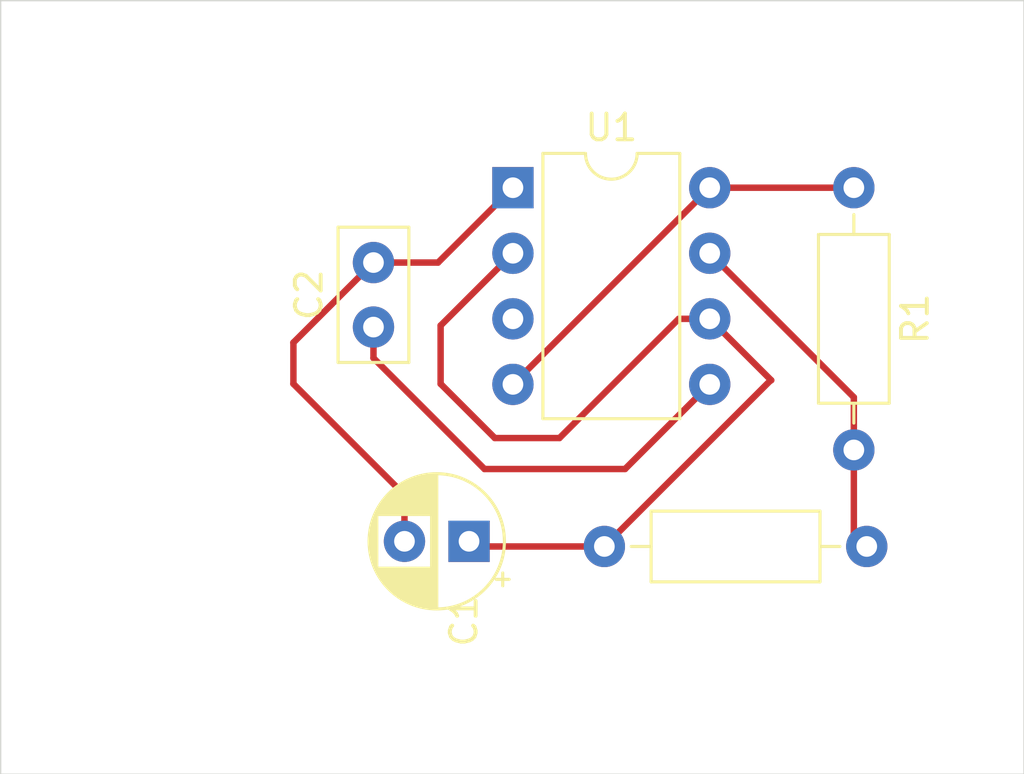
<source format=kicad_pcb>
(kicad_pcb (version 20171130) (host pcbnew "(5.1.10)-1")

  (general
    (thickness 1.6)
    (drawings 4)
    (tracks 27)
    (zones 0)
    (modules 5)
    (nets 7)
  )

  (page A4)
  (layers
    (0 F.Cu signal)
    (31 B.Cu signal)
    (32 B.Adhes user)
    (33 F.Adhes user)
    (34 B.Paste user)
    (35 F.Paste user)
    (36 B.SilkS user)
    (37 F.SilkS user)
    (38 B.Mask user)
    (39 F.Mask user)
    (40 Dwgs.User user)
    (41 Cmts.User user)
    (42 Eco1.User user)
    (43 Eco2.User user)
    (44 Edge.Cuts user)
    (45 Margin user)
    (46 B.CrtYd user)
    (47 F.CrtYd user)
    (48 B.Fab user)
    (49 F.Fab user)
  )

  (setup
    (last_trace_width 0.25)
    (trace_clearance 0.2)
    (zone_clearance 0.508)
    (zone_45_only no)
    (trace_min 0.2)
    (via_size 0.8)
    (via_drill 0.4)
    (via_min_size 0.4)
    (via_min_drill 0.3)
    (uvia_size 0.3)
    (uvia_drill 0.1)
    (uvias_allowed no)
    (uvia_min_size 0.2)
    (uvia_min_drill 0.1)
    (edge_width 0.05)
    (segment_width 0.2)
    (pcb_text_width 0.3)
    (pcb_text_size 1.5 1.5)
    (mod_edge_width 0.12)
    (mod_text_size 1 1)
    (mod_text_width 0.15)
    (pad_size 1.524 1.524)
    (pad_drill 0.762)
    (pad_to_mask_clearance 0)
    (aux_axis_origin 0 0)
    (visible_elements 7FFFFFFF)
    (pcbplotparams
      (layerselection 0x010fc_ffffffff)
      (usegerberextensions false)
      (usegerberattributes true)
      (usegerberadvancedattributes true)
      (creategerberjobfile true)
      (excludeedgelayer true)
      (linewidth 0.500000)
      (plotframeref false)
      (viasonmask false)
      (mode 1)
      (useauxorigin false)
      (hpglpennumber 1)
      (hpglpenspeed 20)
      (hpglpendiameter 15.000000)
      (psnegative false)
      (psa4output false)
      (plotreference true)
      (plotvalue true)
      (plotinvisibletext false)
      (padsonsilk false)
      (subtractmaskfromsilk false)
      (outputformat 1)
      (mirror false)
      (drillshape 1)
      (scaleselection 1)
      (outputdirectory ""))
  )

  (net 0 "")
  (net 1 GND)
  (net 2 "Net-(C1-Pad1)")
  (net 3 VCC)
  (net 4 "Net-(R1-Pad2)")
  (net 5 "Net-(C2-Pad1)")
  (net 6 "Net-(J1-Pad3)")

  (net_class Default "This is the default net class."
    (clearance 0.2)
    (trace_width 0.25)
    (via_dia 0.8)
    (via_drill 0.4)
    (uvia_dia 0.3)
    (uvia_drill 0.1)
    (add_net GND)
    (add_net "Net-(C1-Pad1)")
    (add_net "Net-(C2-Pad1)")
    (add_net "Net-(J1-Pad3)")
    (add_net "Net-(R1-Pad2)")
    (add_net VCC)
  )

  (module Capacitor_THT:C_Disc_D5.0mm_W2.5mm_P2.50mm (layer F.Cu) (tedit 5AE50EF0) (tstamp 61D45C4E)
    (at 196.3 111.2 90)
    (descr "C, Disc series, Radial, pin pitch=2.50mm, , diameter*width=5*2.5mm^2, Capacitor, http://cdn-reichelt.de/documents/datenblatt/B300/DS_KERKO_TC.pdf")
    (tags "C Disc series Radial pin pitch 2.50mm  diameter 5mm width 2.5mm Capacitor")
    (path /61269C4A)
    (fp_text reference C2 (at 1.25 -2.5 90) (layer F.SilkS)
      (effects (font (size 1 1) (thickness 0.15)))
    )
    (fp_text value C (at 1.25 2.5 90) (layer F.Fab)
      (effects (font (size 1 1) (thickness 0.15)))
    )
    (fp_line (start 4 -1.5) (end -1.5 -1.5) (layer F.CrtYd) (width 0.05))
    (fp_line (start 4 1.5) (end 4 -1.5) (layer F.CrtYd) (width 0.05))
    (fp_line (start -1.5 1.5) (end 4 1.5) (layer F.CrtYd) (width 0.05))
    (fp_line (start -1.5 -1.5) (end -1.5 1.5) (layer F.CrtYd) (width 0.05))
    (fp_line (start 3.87 -1.37) (end 3.87 1.37) (layer F.SilkS) (width 0.12))
    (fp_line (start -1.37 -1.37) (end -1.37 1.37) (layer F.SilkS) (width 0.12))
    (fp_line (start -1.37 1.37) (end 3.87 1.37) (layer F.SilkS) (width 0.12))
    (fp_line (start -1.37 -1.37) (end 3.87 -1.37) (layer F.SilkS) (width 0.12))
    (fp_line (start 3.75 -1.25) (end -1.25 -1.25) (layer F.Fab) (width 0.1))
    (fp_line (start 3.75 1.25) (end 3.75 -1.25) (layer F.Fab) (width 0.1))
    (fp_line (start -1.25 1.25) (end 3.75 1.25) (layer F.Fab) (width 0.1))
    (fp_line (start -1.25 -1.25) (end -1.25 1.25) (layer F.Fab) (width 0.1))
    (fp_text user %R (at 1.25 0 180) (layer F.Fab)
      (effects (font (size 1 1) (thickness 0.15)))
    )
    (pad 2 thru_hole circle (at 2.5 0 90) (size 1.6 1.6) (drill 0.8) (layers *.Cu *.Mask)
      (net 1 GND))
    (pad 1 thru_hole circle (at 0 0 90) (size 1.6 1.6) (drill 0.8) (layers *.Cu *.Mask)
      (net 5 "Net-(C2-Pad1)"))
    (model ${KISYS3DMOD}/Capacitor_THT.3dshapes/C_Disc_D5.0mm_W2.5mm_P2.50mm.wrl
      (at (xyz 0 0 0))
      (scale (xyz 1 1 1))
      (rotate (xyz 0 0 0))
    )
  )

  (module Package_DIP:DIP-8_W7.62mm (layer F.Cu) (tedit 5A02E8C5) (tstamp 611A81BA)
    (at 201.7 105.8)
    (descr "8-lead though-hole mounted DIP package, row spacing 7.62 mm (300 mils)")
    (tags "THT DIP DIL PDIP 2.54mm 7.62mm 300mil")
    (path /611A7705)
    (fp_text reference U1 (at 3.81 -2.33) (layer F.SilkS)
      (effects (font (size 1 1) (thickness 0.15)))
    )
    (fp_text value LM555xN (at 3.81 9.95) (layer F.Fab)
      (effects (font (size 1 1) (thickness 0.15)))
    )
    (fp_line (start 8.7 -1.55) (end -1.1 -1.55) (layer F.CrtYd) (width 0.05))
    (fp_line (start 8.7 9.15) (end 8.7 -1.55) (layer F.CrtYd) (width 0.05))
    (fp_line (start -1.1 9.15) (end 8.7 9.15) (layer F.CrtYd) (width 0.05))
    (fp_line (start -1.1 -1.55) (end -1.1 9.15) (layer F.CrtYd) (width 0.05))
    (fp_line (start 6.46 -1.33) (end 4.81 -1.33) (layer F.SilkS) (width 0.12))
    (fp_line (start 6.46 8.95) (end 6.46 -1.33) (layer F.SilkS) (width 0.12))
    (fp_line (start 1.16 8.95) (end 6.46 8.95) (layer F.SilkS) (width 0.12))
    (fp_line (start 1.16 -1.33) (end 1.16 8.95) (layer F.SilkS) (width 0.12))
    (fp_line (start 2.81 -1.33) (end 1.16 -1.33) (layer F.SilkS) (width 0.12))
    (fp_line (start 0.635 -0.27) (end 1.635 -1.27) (layer F.Fab) (width 0.1))
    (fp_line (start 0.635 8.89) (end 0.635 -0.27) (layer F.Fab) (width 0.1))
    (fp_line (start 6.985 8.89) (end 0.635 8.89) (layer F.Fab) (width 0.1))
    (fp_line (start 6.985 -1.27) (end 6.985 8.89) (layer F.Fab) (width 0.1))
    (fp_line (start 1.635 -1.27) (end 6.985 -1.27) (layer F.Fab) (width 0.1))
    (fp_text user %R (at 4.108 6.22) (layer F.Fab)
      (effects (font (size 1 1) (thickness 0.15)))
    )
    (fp_arc (start 3.81 -1.33) (end 2.81 -1.33) (angle -180) (layer F.SilkS) (width 0.12))
    (pad 8 thru_hole oval (at 7.62 0) (size 1.6 1.6) (drill 0.8) (layers *.Cu *.Mask)
      (net 3 VCC))
    (pad 4 thru_hole oval (at 0 7.62) (size 1.6 1.6) (drill 0.8) (layers *.Cu *.Mask)
      (net 3 VCC))
    (pad 7 thru_hole oval (at 7.62 2.54) (size 1.6 1.6) (drill 0.8) (layers *.Cu *.Mask)
      (net 4 "Net-(R1-Pad2)"))
    (pad 3 thru_hole oval (at 0 5.08) (size 1.6 1.6) (drill 0.8) (layers *.Cu *.Mask)
      (net 6 "Net-(J1-Pad3)"))
    (pad 6 thru_hole oval (at 7.62 5.08) (size 1.6 1.6) (drill 0.8) (layers *.Cu *.Mask)
      (net 2 "Net-(C1-Pad1)"))
    (pad 2 thru_hole oval (at 0 2.54) (size 1.6 1.6) (drill 0.8) (layers *.Cu *.Mask)
      (net 2 "Net-(C1-Pad1)"))
    (pad 5 thru_hole oval (at 7.62 7.62) (size 1.6 1.6) (drill 0.8) (layers *.Cu *.Mask)
      (net 5 "Net-(C2-Pad1)"))
    (pad 1 thru_hole rect (at 0 0) (size 1.6 1.6) (drill 0.8) (layers *.Cu *.Mask)
      (net 1 GND))
    (model ${KISYS3DMOD}/Package_DIP.3dshapes/DIP-8_W7.62mm.wrl
      (at (xyz 0 0 0))
      (scale (xyz 1 1 1))
      (rotate (xyz 0 0 0))
    )
  )

  (module Capacitor_THT:CP_Radial_D5.0mm_P2.50mm (layer F.Cu) (tedit 5AE50EF0) (tstamp 61D4CB0B)
    (at 200 119.5 180)
    (descr "CP, Radial series, Radial, pin pitch=2.50mm, , diameter=5mm, Electrolytic Capacitor")
    (tags "CP Radial series Radial pin pitch 2.50mm  diameter 5mm Electrolytic Capacitor")
    (path /611A96BF)
    (fp_text reference C1 (at 0.2 -3.1 270) (layer F.SilkS)
      (effects (font (size 1 1) (thickness 0.15)))
    )
    (fp_text value C (at -0.9 -1) (layer F.Fab)
      (effects (font (size 1 1) (thickness 0.15)))
    )
    (fp_line (start -1.304775 -1.725) (end -1.304775 -1.225) (layer F.SilkS) (width 0.12))
    (fp_line (start -1.554775 -1.475) (end -1.054775 -1.475) (layer F.SilkS) (width 0.12))
    (fp_line (start 3.851 -0.284) (end 3.851 0.284) (layer F.SilkS) (width 0.12))
    (fp_line (start 3.811 -0.518) (end 3.811 0.518) (layer F.SilkS) (width 0.12))
    (fp_line (start 3.771 -0.677) (end 3.771 0.677) (layer F.SilkS) (width 0.12))
    (fp_line (start 3.731 -0.805) (end 3.731 0.805) (layer F.SilkS) (width 0.12))
    (fp_line (start 3.691 -0.915) (end 3.691 0.915) (layer F.SilkS) (width 0.12))
    (fp_line (start 3.651 -1.011) (end 3.651 1.011) (layer F.SilkS) (width 0.12))
    (fp_line (start 3.611 -1.098) (end 3.611 1.098) (layer F.SilkS) (width 0.12))
    (fp_line (start 3.571 -1.178) (end 3.571 1.178) (layer F.SilkS) (width 0.12))
    (fp_line (start 3.531 1.04) (end 3.531 1.251) (layer F.SilkS) (width 0.12))
    (fp_line (start 3.531 -1.251) (end 3.531 -1.04) (layer F.SilkS) (width 0.12))
    (fp_line (start 3.491 1.04) (end 3.491 1.319) (layer F.SilkS) (width 0.12))
    (fp_line (start 3.491 -1.319) (end 3.491 -1.04) (layer F.SilkS) (width 0.12))
    (fp_line (start 3.451 1.04) (end 3.451 1.383) (layer F.SilkS) (width 0.12))
    (fp_line (start 3.451 -1.383) (end 3.451 -1.04) (layer F.SilkS) (width 0.12))
    (fp_line (start 3.411 1.04) (end 3.411 1.443) (layer F.SilkS) (width 0.12))
    (fp_line (start 3.411 -1.443) (end 3.411 -1.04) (layer F.SilkS) (width 0.12))
    (fp_line (start 3.371 1.04) (end 3.371 1.5) (layer F.SilkS) (width 0.12))
    (fp_line (start 3.371 -1.5) (end 3.371 -1.04) (layer F.SilkS) (width 0.12))
    (fp_line (start 3.331 1.04) (end 3.331 1.554) (layer F.SilkS) (width 0.12))
    (fp_line (start 3.331 -1.554) (end 3.331 -1.04) (layer F.SilkS) (width 0.12))
    (fp_line (start 3.291 1.04) (end 3.291 1.605) (layer F.SilkS) (width 0.12))
    (fp_line (start 3.291 -1.605) (end 3.291 -1.04) (layer F.SilkS) (width 0.12))
    (fp_line (start 3.251 1.04) (end 3.251 1.653) (layer F.SilkS) (width 0.12))
    (fp_line (start 3.251 -1.653) (end 3.251 -1.04) (layer F.SilkS) (width 0.12))
    (fp_line (start 3.211 1.04) (end 3.211 1.699) (layer F.SilkS) (width 0.12))
    (fp_line (start 3.211 -1.699) (end 3.211 -1.04) (layer F.SilkS) (width 0.12))
    (fp_line (start 3.171 1.04) (end 3.171 1.743) (layer F.SilkS) (width 0.12))
    (fp_line (start 3.171 -1.743) (end 3.171 -1.04) (layer F.SilkS) (width 0.12))
    (fp_line (start 3.131 1.04) (end 3.131 1.785) (layer F.SilkS) (width 0.12))
    (fp_line (start 3.131 -1.785) (end 3.131 -1.04) (layer F.SilkS) (width 0.12))
    (fp_line (start 3.091 1.04) (end 3.091 1.826) (layer F.SilkS) (width 0.12))
    (fp_line (start 3.091 -1.826) (end 3.091 -1.04) (layer F.SilkS) (width 0.12))
    (fp_line (start 3.051 1.04) (end 3.051 1.864) (layer F.SilkS) (width 0.12))
    (fp_line (start 3.051 -1.864) (end 3.051 -1.04) (layer F.SilkS) (width 0.12))
    (fp_line (start 3.011 1.04) (end 3.011 1.901) (layer F.SilkS) (width 0.12))
    (fp_line (start 3.011 -1.901) (end 3.011 -1.04) (layer F.SilkS) (width 0.12))
    (fp_line (start 2.971 1.04) (end 2.971 1.937) (layer F.SilkS) (width 0.12))
    (fp_line (start 2.971 -1.937) (end 2.971 -1.04) (layer F.SilkS) (width 0.12))
    (fp_line (start 2.931 1.04) (end 2.931 1.971) (layer F.SilkS) (width 0.12))
    (fp_line (start 2.931 -1.971) (end 2.931 -1.04) (layer F.SilkS) (width 0.12))
    (fp_line (start 2.891 1.04) (end 2.891 2.004) (layer F.SilkS) (width 0.12))
    (fp_line (start 2.891 -2.004) (end 2.891 -1.04) (layer F.SilkS) (width 0.12))
    (fp_line (start 2.851 1.04) (end 2.851 2.035) (layer F.SilkS) (width 0.12))
    (fp_line (start 2.851 -2.035) (end 2.851 -1.04) (layer F.SilkS) (width 0.12))
    (fp_line (start 2.811 1.04) (end 2.811 2.065) (layer F.SilkS) (width 0.12))
    (fp_line (start 2.811 -2.065) (end 2.811 -1.04) (layer F.SilkS) (width 0.12))
    (fp_line (start 2.771 1.04) (end 2.771 2.095) (layer F.SilkS) (width 0.12))
    (fp_line (start 2.771 -2.095) (end 2.771 -1.04) (layer F.SilkS) (width 0.12))
    (fp_line (start 2.731 1.04) (end 2.731 2.122) (layer F.SilkS) (width 0.12))
    (fp_line (start 2.731 -2.122) (end 2.731 -1.04) (layer F.SilkS) (width 0.12))
    (fp_line (start 2.691 1.04) (end 2.691 2.149) (layer F.SilkS) (width 0.12))
    (fp_line (start 2.691 -2.149) (end 2.691 -1.04) (layer F.SilkS) (width 0.12))
    (fp_line (start 2.651 1.04) (end 2.651 2.175) (layer F.SilkS) (width 0.12))
    (fp_line (start 2.651 -2.175) (end 2.651 -1.04) (layer F.SilkS) (width 0.12))
    (fp_line (start 2.611 1.04) (end 2.611 2.2) (layer F.SilkS) (width 0.12))
    (fp_line (start 2.611 -2.2) (end 2.611 -1.04) (layer F.SilkS) (width 0.12))
    (fp_line (start 2.571 1.04) (end 2.571 2.224) (layer F.SilkS) (width 0.12))
    (fp_line (start 2.571 -2.224) (end 2.571 -1.04) (layer F.SilkS) (width 0.12))
    (fp_line (start 2.531 1.04) (end 2.531 2.247) (layer F.SilkS) (width 0.12))
    (fp_line (start 2.531 -2.247) (end 2.531 -1.04) (layer F.SilkS) (width 0.12))
    (fp_line (start 2.491 1.04) (end 2.491 2.268) (layer F.SilkS) (width 0.12))
    (fp_line (start 2.491 -2.268) (end 2.491 -1.04) (layer F.SilkS) (width 0.12))
    (fp_line (start 2.451 1.04) (end 2.451 2.29) (layer F.SilkS) (width 0.12))
    (fp_line (start 2.451 -2.29) (end 2.451 -1.04) (layer F.SilkS) (width 0.12))
    (fp_line (start 2.411 1.04) (end 2.411 2.31) (layer F.SilkS) (width 0.12))
    (fp_line (start 2.411 -2.31) (end 2.411 -1.04) (layer F.SilkS) (width 0.12))
    (fp_line (start 2.371 1.04) (end 2.371 2.329) (layer F.SilkS) (width 0.12))
    (fp_line (start 2.371 -2.329) (end 2.371 -1.04) (layer F.SilkS) (width 0.12))
    (fp_line (start 2.331 1.04) (end 2.331 2.348) (layer F.SilkS) (width 0.12))
    (fp_line (start 2.331 -2.348) (end 2.331 -1.04) (layer F.SilkS) (width 0.12))
    (fp_line (start 2.291 1.04) (end 2.291 2.365) (layer F.SilkS) (width 0.12))
    (fp_line (start 2.291 -2.365) (end 2.291 -1.04) (layer F.SilkS) (width 0.12))
    (fp_line (start 2.251 1.04) (end 2.251 2.382) (layer F.SilkS) (width 0.12))
    (fp_line (start 2.251 -2.382) (end 2.251 -1.04) (layer F.SilkS) (width 0.12))
    (fp_line (start 2.211 1.04) (end 2.211 2.398) (layer F.SilkS) (width 0.12))
    (fp_line (start 2.211 -2.398) (end 2.211 -1.04) (layer F.SilkS) (width 0.12))
    (fp_line (start 2.171 1.04) (end 2.171 2.414) (layer F.SilkS) (width 0.12))
    (fp_line (start 2.171 -2.414) (end 2.171 -1.04) (layer F.SilkS) (width 0.12))
    (fp_line (start 2.131 1.04) (end 2.131 2.428) (layer F.SilkS) (width 0.12))
    (fp_line (start 2.131 -2.428) (end 2.131 -1.04) (layer F.SilkS) (width 0.12))
    (fp_line (start 2.091 1.04) (end 2.091 2.442) (layer F.SilkS) (width 0.12))
    (fp_line (start 2.091 -2.442) (end 2.091 -1.04) (layer F.SilkS) (width 0.12))
    (fp_line (start 2.051 1.04) (end 2.051 2.455) (layer F.SilkS) (width 0.12))
    (fp_line (start 2.051 -2.455) (end 2.051 -1.04) (layer F.SilkS) (width 0.12))
    (fp_line (start 2.011 1.04) (end 2.011 2.468) (layer F.SilkS) (width 0.12))
    (fp_line (start 2.011 -2.468) (end 2.011 -1.04) (layer F.SilkS) (width 0.12))
    (fp_line (start 1.971 1.04) (end 1.971 2.48) (layer F.SilkS) (width 0.12))
    (fp_line (start 1.971 -2.48) (end 1.971 -1.04) (layer F.SilkS) (width 0.12))
    (fp_line (start 1.93 1.04) (end 1.93 2.491) (layer F.SilkS) (width 0.12))
    (fp_line (start 1.93 -2.491) (end 1.93 -1.04) (layer F.SilkS) (width 0.12))
    (fp_line (start 1.89 1.04) (end 1.89 2.501) (layer F.SilkS) (width 0.12))
    (fp_line (start 1.89 -2.501) (end 1.89 -1.04) (layer F.SilkS) (width 0.12))
    (fp_line (start 1.85 1.04) (end 1.85 2.511) (layer F.SilkS) (width 0.12))
    (fp_line (start 1.85 -2.511) (end 1.85 -1.04) (layer F.SilkS) (width 0.12))
    (fp_line (start 1.81 1.04) (end 1.81 2.52) (layer F.SilkS) (width 0.12))
    (fp_line (start 1.81 -2.52) (end 1.81 -1.04) (layer F.SilkS) (width 0.12))
    (fp_line (start 1.77 1.04) (end 1.77 2.528) (layer F.SilkS) (width 0.12))
    (fp_line (start 1.77 -2.528) (end 1.77 -1.04) (layer F.SilkS) (width 0.12))
    (fp_line (start 1.73 1.04) (end 1.73 2.536) (layer F.SilkS) (width 0.12))
    (fp_line (start 1.73 -2.536) (end 1.73 -1.04) (layer F.SilkS) (width 0.12))
    (fp_line (start 1.69 1.04) (end 1.69 2.543) (layer F.SilkS) (width 0.12))
    (fp_line (start 1.69 -2.543) (end 1.69 -1.04) (layer F.SilkS) (width 0.12))
    (fp_line (start 1.65 1.04) (end 1.65 2.55) (layer F.SilkS) (width 0.12))
    (fp_line (start 1.65 -2.55) (end 1.65 -1.04) (layer F.SilkS) (width 0.12))
    (fp_line (start 1.61 1.04) (end 1.61 2.556) (layer F.SilkS) (width 0.12))
    (fp_line (start 1.61 -2.556) (end 1.61 -1.04) (layer F.SilkS) (width 0.12))
    (fp_line (start 1.57 1.04) (end 1.57 2.561) (layer F.SilkS) (width 0.12))
    (fp_line (start 1.57 -2.561) (end 1.57 -1.04) (layer F.SilkS) (width 0.12))
    (fp_line (start 1.53 1.04) (end 1.53 2.565) (layer F.SilkS) (width 0.12))
    (fp_line (start 1.53 -2.565) (end 1.53 -1.04) (layer F.SilkS) (width 0.12))
    (fp_line (start 1.49 1.04) (end 1.49 2.569) (layer F.SilkS) (width 0.12))
    (fp_line (start 1.49 -2.569) (end 1.49 -1.04) (layer F.SilkS) (width 0.12))
    (fp_line (start 1.45 -2.573) (end 1.45 2.573) (layer F.SilkS) (width 0.12))
    (fp_line (start 1.41 -2.576) (end 1.41 2.576) (layer F.SilkS) (width 0.12))
    (fp_line (start 1.37 -2.578) (end 1.37 2.578) (layer F.SilkS) (width 0.12))
    (fp_line (start 1.33 -2.579) (end 1.33 2.579) (layer F.SilkS) (width 0.12))
    (fp_line (start 1.29 -2.58) (end 1.29 2.58) (layer F.SilkS) (width 0.12))
    (fp_line (start 1.25 -2.58) (end 1.25 2.58) (layer F.SilkS) (width 0.12))
    (fp_line (start -0.633605 -1.3375) (end -0.633605 -0.8375) (layer F.Fab) (width 0.1))
    (fp_line (start -0.883605 -1.0875) (end -0.383605 -1.0875) (layer F.Fab) (width 0.1))
    (fp_circle (center 1.25 0) (end 4 0) (layer F.CrtYd) (width 0.05))
    (fp_circle (center 1.25 0) (end 3.87 0) (layer F.SilkS) (width 0.12))
    (fp_circle (center 1.25 0) (end 3.75 0) (layer F.Fab) (width 0.1))
    (fp_text user %R (at 1.6 0.7) (layer F.Fab)
      (effects (font (size 1 1) (thickness 0.15)))
    )
    (pad 2 thru_hole circle (at 2.5 0 180) (size 1.6 1.6) (drill 0.8) (layers *.Cu *.Mask)
      (net 1 GND))
    (pad 1 thru_hole rect (at 0 0 180) (size 1.6 1.6) (drill 0.8) (layers *.Cu *.Mask)
      (net 2 "Net-(C1-Pad1)"))
    (model ${KISYS3DMOD}/Capacitor_THT.3dshapes/CP_Radial_D5.0mm_P2.50mm.wrl
      (at (xyz 0 0 0))
      (scale (xyz 1 1 1))
      (rotate (xyz 0 0 0))
    )
  )

  (module Resistor_THT:R_Axial_DIN0207_L6.3mm_D2.5mm_P10.16mm_Horizontal (layer F.Cu) (tedit 5AE5139B) (tstamp 611A8457)
    (at 215.4 119.7 180)
    (descr "Resistor, Axial_DIN0207 series, Axial, Horizontal, pin pitch=10.16mm, 0.25W = 1/4W, length*diameter=6.3*2.5mm^2, http://cdn-reichelt.de/documents/datenblatt/B400/1_4W%23YAG.pdf")
    (tags "Resistor Axial_DIN0207 series Axial Horizontal pin pitch 10.16mm 0.25W = 1/4W length 6.3mm diameter 2.5mm")
    (path /611AC95B)
    (fp_text reference R2 (at 5.08 -2.37) (layer F.SilkS) hide
      (effects (font (size 1 1) (thickness 0.15)))
    )
    (fp_text value R (at 5.08 2.37) (layer F.Fab) hide
      (effects (font (size 1 1) (thickness 0.15)))
    )
    (fp_line (start 11.21 -1.5) (end -1.05 -1.5) (layer F.CrtYd) (width 0.05))
    (fp_line (start 11.21 1.5) (end 11.21 -1.5) (layer F.CrtYd) (width 0.05))
    (fp_line (start -1.05 1.5) (end 11.21 1.5) (layer F.CrtYd) (width 0.05))
    (fp_line (start -1.05 -1.5) (end -1.05 1.5) (layer F.CrtYd) (width 0.05))
    (fp_line (start 9.12 0) (end 8.35 0) (layer F.SilkS) (width 0.12))
    (fp_line (start 1.04 0) (end 1.81 0) (layer F.SilkS) (width 0.12))
    (fp_line (start 8.35 -1.37) (end 1.81 -1.37) (layer F.SilkS) (width 0.12))
    (fp_line (start 8.35 1.37) (end 8.35 -1.37) (layer F.SilkS) (width 0.12))
    (fp_line (start 1.81 1.37) (end 8.35 1.37) (layer F.SilkS) (width 0.12))
    (fp_line (start 1.81 -1.37) (end 1.81 1.37) (layer F.SilkS) (width 0.12))
    (fp_line (start 10.16 0) (end 8.23 0) (layer F.Fab) (width 0.1))
    (fp_line (start 0 0) (end 1.93 0) (layer F.Fab) (width 0.1))
    (fp_line (start 8.23 -1.25) (end 1.93 -1.25) (layer F.Fab) (width 0.1))
    (fp_line (start 8.23 1.25) (end 8.23 -1.25) (layer F.Fab) (width 0.1))
    (fp_line (start 1.93 1.25) (end 8.23 1.25) (layer F.Fab) (width 0.1))
    (fp_line (start 1.93 -1.25) (end 1.93 1.25) (layer F.Fab) (width 0.1))
    (fp_text user %R (at 5.3 0.8 270) (layer F.Fab) hide
      (effects (font (size 1 1) (thickness 0.15)))
    )
    (pad 2 thru_hole oval (at 10.16 0 180) (size 1.6 1.6) (drill 0.8) (layers *.Cu *.Mask)
      (net 2 "Net-(C1-Pad1)"))
    (pad 1 thru_hole circle (at 0 0 180) (size 1.6 1.6) (drill 0.8) (layers *.Cu *.Mask)
      (net 4 "Net-(R1-Pad2)"))
    (model ${KISYS3DMOD}/Resistor_THT.3dshapes/R_Axial_DIN0207_L6.3mm_D2.5mm_P10.16mm_Horizontal.wrl
      (at (xyz 0 0 0))
      (scale (xyz 1 1 1))
      (rotate (xyz 0 0 0))
    )
  )

  (module Resistor_THT:R_Axial_DIN0207_L6.3mm_D2.5mm_P10.16mm_Horizontal (layer F.Cu) (tedit 5AE5139B) (tstamp 61D45B5B)
    (at 214.9 105.8 270)
    (descr "Resistor, Axial_DIN0207 series, Axial, Horizontal, pin pitch=10.16mm, 0.25W = 1/4W, length*diameter=6.3*2.5mm^2, http://cdn-reichelt.de/documents/datenblatt/B400/1_4W%23YAG.pdf")
    (tags "Resistor Axial_DIN0207 series Axial Horizontal pin pitch 10.16mm 0.25W = 1/4W length 6.3mm diameter 2.5mm")
    (path /611A87D8)
    (fp_text reference R1 (at 5.08 -2.37 90) (layer F.SilkS)
      (effects (font (size 1 1) (thickness 0.15)))
    )
    (fp_text value R (at 5.08 2.37 90) (layer F.Fab)
      (effects (font (size 1 1) (thickness 0.15)))
    )
    (fp_line (start 11.21 -1.5) (end -1.05 -1.5) (layer F.CrtYd) (width 0.05))
    (fp_line (start 11.21 1.5) (end 11.21 -1.5) (layer F.CrtYd) (width 0.05))
    (fp_line (start -1.05 1.5) (end 11.21 1.5) (layer F.CrtYd) (width 0.05))
    (fp_line (start -1.05 -1.5) (end -1.05 1.5) (layer F.CrtYd) (width 0.05))
    (fp_line (start 9.12 0) (end 8.35 0) (layer F.SilkS) (width 0.12))
    (fp_line (start 1.04 0) (end 1.81 0) (layer F.SilkS) (width 0.12))
    (fp_line (start 8.35 -1.37) (end 1.81 -1.37) (layer F.SilkS) (width 0.12))
    (fp_line (start 8.35 1.37) (end 8.35 -1.37) (layer F.SilkS) (width 0.12))
    (fp_line (start 1.81 1.37) (end 8.35 1.37) (layer F.SilkS) (width 0.12))
    (fp_line (start 1.81 -1.37) (end 1.81 1.37) (layer F.SilkS) (width 0.12))
    (fp_line (start 10.16 0) (end 8.23 0) (layer F.Fab) (width 0.1))
    (fp_line (start 0 0) (end 1.93 0) (layer F.Fab) (width 0.1))
    (fp_line (start 8.23 -1.25) (end 1.93 -1.25) (layer F.Fab) (width 0.1))
    (fp_line (start 8.23 1.25) (end 8.23 -1.25) (layer F.Fab) (width 0.1))
    (fp_line (start 1.93 1.25) (end 8.23 1.25) (layer F.Fab) (width 0.1))
    (fp_line (start 1.93 -1.25) (end 1.93 1.25) (layer F.Fab) (width 0.1))
    (fp_text user %R (at 4.8 -0.8 90) (layer F.Fab)
      (effects (font (size 1 1) (thickness 0.15)))
    )
    (pad 2 thru_hole oval (at 10.16 0 270) (size 1.6 1.6) (drill 0.8) (layers *.Cu *.Mask)
      (net 4 "Net-(R1-Pad2)"))
    (pad 1 thru_hole circle (at 0 0 270) (size 1.6 1.6) (drill 0.8) (layers *.Cu *.Mask)
      (net 3 VCC))
    (model ${KISYS3DMOD}/Resistor_THT.3dshapes/R_Axial_DIN0207_L6.3mm_D2.5mm_P10.16mm_Horizontal.wrl
      (at (xyz 0 0 0))
      (scale (xyz 1 1 1))
      (rotate (xyz 0 0 0))
    )
  )

  (gr_line (start 181.864 128.524) (end 181.864 98.552) (layer Edge.Cuts) (width 0.05) (tstamp 6126DFE5))
  (gr_line (start 221.488 128.524) (end 181.864 128.524) (layer Edge.Cuts) (width 0.05))
  (gr_line (start 221.488 98.552) (end 221.488 128.524) (layer Edge.Cuts) (width 0.05))
  (gr_line (start 181.864 98.552) (end 221.488 98.552) (layer Edge.Cuts) (width 0.05))

  (segment (start 197.5 119.5) (end 197.5 117.7) (width 0.25) (layer F.Cu) (net 1))
  (segment (start 197.5 117.7) (end 193.2 113.4) (width 0.25) (layer F.Cu) (net 1))
  (segment (start 193.2 111.8) (end 196.3 108.7) (width 0.25) (layer F.Cu) (net 1))
  (segment (start 193.2 113.4) (end 193.2 111.8) (width 0.25) (layer F.Cu) (net 1))
  (segment (start 198.8 108.7) (end 201.7 105.8) (width 0.25) (layer F.Cu) (net 1))
  (segment (start 196.3 108.7) (end 198.8 108.7) (width 0.25) (layer F.Cu) (net 1))
  (segment (start 200.2 119.7) (end 200 119.5) (width 0.25) (layer F.Cu) (net 2))
  (segment (start 205.24 119.7) (end 200.2 119.7) (width 0.25) (layer F.Cu) (net 2))
  (segment (start 209.32 110.88) (end 211.7 113.26) (width 0.25) (layer F.Cu) (net 2))
  (segment (start 211.68 113.26) (end 205.24 119.7) (width 0.25) (layer F.Cu) (net 2))
  (segment (start 211.7 113.26) (end 211.68 113.26) (width 0.25) (layer F.Cu) (net 2))
  (segment (start 209.32 110.88) (end 208.12 110.88) (width 0.25) (layer F.Cu) (net 2))
  (segment (start 208.12 110.88) (end 203.5 115.5) (width 0.25) (layer F.Cu) (net 2))
  (segment (start 203.5 115.5) (end 201 115.5) (width 0.25) (layer F.Cu) (net 2))
  (segment (start 201 115.5) (end 198.9 113.4) (width 0.25) (layer F.Cu) (net 2))
  (segment (start 198.9 111.14) (end 201.7 108.34) (width 0.25) (layer F.Cu) (net 2))
  (segment (start 198.9 113.4) (end 198.9 111.14) (width 0.25) (layer F.Cu) (net 2))
  (segment (start 209.32 105.8) (end 214.9 105.8) (width 0.25) (layer F.Cu) (net 3))
  (segment (start 201.7 113.42) (end 209.32 105.8) (width 0.25) (layer F.Cu) (net 3))
  (segment (start 214.9 113.92) (end 214.9 115.96) (width 0.25) (layer F.Cu) (net 4))
  (segment (start 209.32 108.34) (end 214.9 113.92) (width 0.25) (layer F.Cu) (net 4))
  (segment (start 214.9 119.2) (end 215.4 119.7) (width 0.25) (layer F.Cu) (net 4))
  (segment (start 214.9 115.96) (end 214.9 119.2) (width 0.25) (layer F.Cu) (net 4))
  (segment (start 196.3 111.2) (end 196.3 112.4) (width 0.25) (layer F.Cu) (net 5))
  (segment (start 196.3 112.4) (end 200.6 116.7) (width 0.25) (layer F.Cu) (net 5))
  (segment (start 206.04 116.7) (end 209.32 113.42) (width 0.25) (layer F.Cu) (net 5))
  (segment (start 200.6 116.7) (end 206.04 116.7) (width 0.25) (layer F.Cu) (net 5))

)

</source>
